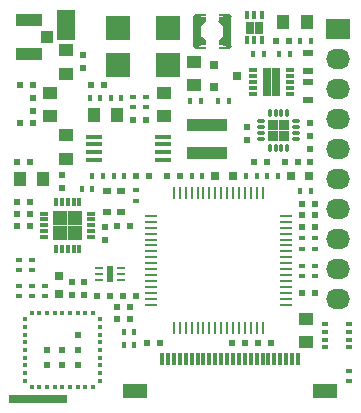
<source format=gts>
G04 #@! TF.FileFunction,Soldermask,Top*
%FSLAX46Y46*%
G04 Gerber Fmt 4.6, Leading zero omitted, Abs format (unit mm)*
G04 Created by KiCad (PCBNEW 4.0.2+dfsg1-stable) date Di 23 Mai 2017 03:16:38 CEST*
%MOMM*%
G01*
G04 APERTURE LIST*
%ADD10C,0.100000*%
%ADD11R,0.300000X1.000000*%
%ADD12R,2.000000X1.300000*%
%ADD13R,0.300000X0.400000*%
%ADD14R,0.400000X0.300000*%
%ADD15R,0.500000X0.500000*%
%ADD16R,0.800100X0.800100*%
%ADD17R,0.600000X0.500000*%
%ADD18R,0.400000X0.600000*%
%ADD19R,2.000000X2.000000*%
%ADD20O,0.750000X0.300000*%
%ADD21O,0.300000X0.750000*%
%ADD22R,0.900000X0.900000*%
%ADD23R,0.500000X0.600000*%
%ADD24R,0.800000X0.600000*%
%ADD25R,1.250000X1.000000*%
%ADD26R,0.600000X0.400000*%
%ADD27R,0.300000X0.730000*%
%ADD28R,0.730000X0.300000*%
%ADD29R,1.250000X1.250000*%
%ADD30R,0.900000X0.500000*%
%ADD31R,1.450000X0.450000*%
%ADD32R,0.500000X0.350000*%
%ADD33R,1.000000X1.250000*%
%ADD34R,0.650000X0.300000*%
%ADD35R,0.775000X1.240000*%
%ADD36R,0.350000X0.650000*%
%ADD37R,0.800000X1.000000*%
%ADD38R,0.797560X0.797560*%
%ADD39R,0.762000X2.540000*%
%ADD40R,0.889000X0.254000*%
%ADD41R,0.381000X0.444500*%
%ADD42R,1.500000X2.500000*%
%ADD43R,0.700000X0.250000*%
%ADD44R,0.610000X0.710000*%
%ADD45R,2.200000X1.050000*%
%ADD46R,1.050000X1.000000*%
%ADD47R,3.400000X0.980000*%
%ADD48R,0.250000X1.000000*%
%ADD49R,1.000000X0.250000*%
%ADD50R,2.032000X1.727200*%
%ADD51O,2.032000X1.727200*%
%ADD52R,5.000000X0.700000*%
G04 APERTURE END LIST*
D10*
D11*
X60250000Y-120700000D03*
X60750000Y-120700000D03*
X61250000Y-120700000D03*
X61750000Y-120700000D03*
X62250000Y-120700000D03*
X62750000Y-120700000D03*
X63250000Y-120700000D03*
X63750000Y-120700000D03*
X64250000Y-120700000D03*
X64750000Y-120700000D03*
X65250000Y-120700000D03*
X65750000Y-120700000D03*
X66250000Y-120700000D03*
X66750000Y-120700000D03*
X67250000Y-120700000D03*
X67750000Y-120700000D03*
X68250000Y-120700000D03*
X68750000Y-120700000D03*
X69250000Y-120700000D03*
X69750000Y-120700000D03*
X70250000Y-120700000D03*
X70750000Y-120700000D03*
X71250000Y-120700000D03*
X71750000Y-120700000D03*
D12*
X57950000Y-123400000D03*
X74050000Y-123400000D03*
D13*
X49200000Y-123050000D03*
X49850000Y-123050000D03*
X50500000Y-123050000D03*
X51150000Y-123050000D03*
X51800000Y-123050000D03*
X52450000Y-123050000D03*
X53100000Y-123050000D03*
X53750000Y-123050000D03*
X54400000Y-123050000D03*
D14*
X54950000Y-121850000D03*
X54950000Y-121200000D03*
X54950000Y-120550000D03*
X54950000Y-119900000D03*
X54950000Y-119250000D03*
X54950000Y-118600000D03*
X54950000Y-117950000D03*
X54950000Y-117300000D03*
D13*
X54400000Y-116750000D03*
D14*
X54950000Y-122500000D03*
D13*
X53750000Y-116750000D03*
X53100000Y-116750000D03*
X52450000Y-116750000D03*
X51800000Y-116750000D03*
X51150000Y-116750000D03*
X50500000Y-116750000D03*
X49850000Y-116750000D03*
X49200000Y-116750000D03*
D14*
X48650000Y-117300000D03*
X48650000Y-117950000D03*
X48650000Y-118600000D03*
X48650000Y-119250000D03*
X48650000Y-119900000D03*
X48650000Y-120550000D03*
X48650000Y-121200000D03*
X48650000Y-121850000D03*
X48650000Y-122500000D03*
D15*
X51800000Y-119900000D03*
X51800000Y-121200000D03*
X50500000Y-119900000D03*
X50500000Y-121200000D03*
X53100000Y-119900000D03*
X53100000Y-121200000D03*
X53100000Y-118600000D03*
D16*
X64599240Y-95750000D03*
X64599240Y-97650000D03*
X66598220Y-96700000D03*
D17*
X73150000Y-115100000D03*
X72050000Y-115100000D03*
D18*
X55000000Y-98550000D03*
X54100000Y-98550000D03*
D19*
X56550000Y-95800000D03*
X60750000Y-95800000D03*
D18*
X63500000Y-98850000D03*
X62600000Y-98850000D03*
D20*
X68625000Y-100550000D03*
X68625000Y-101050000D03*
X68625000Y-101550000D03*
X68625000Y-102050000D03*
D21*
X69350000Y-102775000D03*
X69850000Y-102775000D03*
X70350000Y-102775000D03*
X70850000Y-102775000D03*
D20*
X71575000Y-102050000D03*
X71575000Y-101550000D03*
X71575000Y-101050000D03*
X71575000Y-100550000D03*
D21*
X70850000Y-99825000D03*
X70350000Y-99825000D03*
X69850000Y-99825000D03*
X69350000Y-99825000D03*
D22*
X70550000Y-101750000D03*
X70550000Y-100850000D03*
X69650000Y-101750000D03*
X69650000Y-100850000D03*
D23*
X67400000Y-101050000D03*
X67400000Y-102150000D03*
D24*
X56800000Y-108200000D03*
X55600000Y-108200000D03*
X56800000Y-106400000D03*
X55600000Y-106400000D03*
D25*
X72400000Y-117250000D03*
X72400000Y-119250000D03*
D26*
X57800000Y-99350000D03*
X57800000Y-98450000D03*
D27*
X53250000Y-107385000D03*
X52750000Y-107385000D03*
X52250000Y-107385000D03*
X51750000Y-107385000D03*
X51250000Y-107385000D03*
D28*
X50285000Y-108350000D03*
X50285000Y-108850000D03*
X50285000Y-109350000D03*
X50285000Y-109850000D03*
X50285000Y-110350000D03*
D27*
X51250000Y-111315000D03*
X51750000Y-111315000D03*
X52250000Y-111315000D03*
X52750000Y-111315000D03*
X53250000Y-111315000D03*
D28*
X54215000Y-110350000D03*
X54215000Y-109850000D03*
X54215000Y-109350000D03*
X54215000Y-108850000D03*
X54215000Y-108350000D03*
D29*
X51625000Y-109975000D03*
X52875000Y-109975000D03*
X51625000Y-108725000D03*
X52875000Y-108725000D03*
D23*
X52650000Y-115250000D03*
X52650000Y-114150000D03*
D18*
X54350000Y-106250000D03*
X53450000Y-106250000D03*
D30*
X72600000Y-94750000D03*
X72600000Y-96250000D03*
D17*
X56900000Y-115300000D03*
X58000000Y-115300000D03*
D31*
X60350000Y-103775000D03*
X60350000Y-103125000D03*
X60350000Y-102475000D03*
X60350000Y-101825000D03*
X54450000Y-101825000D03*
X54450000Y-102475000D03*
X54450000Y-103125000D03*
X54450000Y-103775000D03*
D17*
X56400000Y-109400000D03*
X57500000Y-109400000D03*
D32*
X74025000Y-117725000D03*
X74025000Y-118375000D03*
X74025000Y-119025000D03*
X74025000Y-119675000D03*
X76075000Y-117725000D03*
X76075000Y-118375000D03*
X76075000Y-119025000D03*
X76075000Y-119675000D03*
D26*
X58050000Y-107250000D03*
X58050000Y-106350000D03*
D18*
X71950000Y-93700000D03*
X72850000Y-93700000D03*
D17*
X69850000Y-93700000D03*
X70950000Y-93700000D03*
D33*
X56450000Y-100000000D03*
X54450000Y-100000000D03*
D34*
X71050000Y-98200000D03*
X71050000Y-97700000D03*
X71050000Y-97200000D03*
X71050000Y-96700000D03*
X71050000Y-96200000D03*
X67950000Y-96200000D03*
X67950000Y-96700000D03*
X67950000Y-97200000D03*
X67950000Y-97700000D03*
X67950000Y-98200000D03*
D35*
X69112500Y-96580000D03*
X69112500Y-97820000D03*
X69887500Y-96580000D03*
X69887500Y-97820000D03*
D17*
X57800000Y-100400000D03*
X58900000Y-100400000D03*
D26*
X58900000Y-99350000D03*
X58900000Y-98450000D03*
D17*
X49050000Y-108400000D03*
X47950000Y-108400000D03*
X67250000Y-119300000D03*
X66150000Y-119300000D03*
D26*
X49200000Y-112250000D03*
X49200000Y-113150000D03*
D18*
X68250000Y-105150000D03*
X67350000Y-105150000D03*
D17*
X58050000Y-105150000D03*
X59150000Y-105150000D03*
D26*
X48100000Y-114450000D03*
X48100000Y-115350000D03*
X50300000Y-114450000D03*
X50300000Y-115350000D03*
X48100000Y-112250000D03*
X48100000Y-113150000D03*
D36*
X67400000Y-93650000D03*
X68050000Y-93650000D03*
X68700000Y-93650000D03*
X68700000Y-91550000D03*
X68050000Y-91550000D03*
X67400000Y-91550000D03*
D37*
X68450000Y-92600000D03*
X67650000Y-92600000D03*
D17*
X55300000Y-97500000D03*
X54200000Y-97500000D03*
D33*
X72500000Y-92100000D03*
X70500000Y-92100000D03*
D25*
X62950000Y-95500000D03*
X62950000Y-97500000D03*
D23*
X72800000Y-100650000D03*
X72800000Y-101750000D03*
D17*
X69150000Y-104000000D03*
X68050000Y-104000000D03*
X70650000Y-104000000D03*
X71750000Y-104000000D03*
D23*
X72800000Y-102850000D03*
X72800000Y-103950000D03*
D17*
X49050000Y-107400000D03*
X47950000Y-107400000D03*
X49050000Y-109400000D03*
X47950000Y-109400000D03*
D23*
X55400000Y-109450000D03*
X55400000Y-110550000D03*
D17*
X49050000Y-104000000D03*
X47950000Y-104000000D03*
D23*
X51750000Y-105050000D03*
X51750000Y-106150000D03*
X53650000Y-115250000D03*
X53650000Y-114150000D03*
D17*
X68350000Y-119300000D03*
X69450000Y-119300000D03*
X73150000Y-108500000D03*
X72050000Y-108500000D03*
X58950000Y-119300000D03*
X60050000Y-119300000D03*
X73150000Y-107500000D03*
X72050000Y-107500000D03*
X60650000Y-105150000D03*
X61750000Y-105150000D03*
X56450000Y-116300000D03*
X57550000Y-116300000D03*
D38*
X71150700Y-105150000D03*
X72649300Y-105150000D03*
X66249300Y-105150000D03*
X64750700Y-105150000D03*
X51500000Y-115149300D03*
X51500000Y-113650700D03*
D18*
X56800000Y-98550000D03*
X55900000Y-98550000D03*
D26*
X73150000Y-110450000D03*
X73150000Y-111350000D03*
X72050000Y-111350000D03*
X72050000Y-110450000D03*
D18*
X57900000Y-119450000D03*
X57000000Y-119450000D03*
X68850000Y-94800000D03*
X67950000Y-94800000D03*
D30*
X72600000Y-98700000D03*
X72600000Y-97200000D03*
D18*
X56150000Y-105150000D03*
X57050000Y-105150000D03*
D25*
X60400000Y-100100000D03*
X60400000Y-98100000D03*
D18*
X65900000Y-98850000D03*
X65000000Y-98850000D03*
X55250000Y-105150000D03*
X54350000Y-105150000D03*
D39*
X65770000Y-92900000D03*
X63230000Y-92900000D03*
D40*
X65452500Y-94297000D03*
X65452500Y-91503000D03*
X63547500Y-94297000D03*
X63547500Y-91503000D03*
D41*
X65198500Y-91852250D03*
X63801500Y-91852250D03*
X63801500Y-93947750D03*
X65198500Y-93947750D03*
D10*
G36*
X65897000Y-91376038D02*
X66150962Y-91630000D01*
X65897000Y-91883962D01*
X65643038Y-91630000D01*
X65897000Y-91376038D01*
X65897000Y-91376038D01*
G37*
G36*
X65897000Y-93916038D02*
X66150962Y-94170000D01*
X65897000Y-94423962D01*
X65643038Y-94170000D01*
X65897000Y-93916038D01*
X65897000Y-93916038D01*
G37*
G36*
X63103000Y-93916038D02*
X63356962Y-94170000D01*
X63103000Y-94423962D01*
X62849038Y-94170000D01*
X63103000Y-93916038D01*
X63103000Y-93916038D01*
G37*
G36*
X63103000Y-91376038D02*
X63356962Y-91630000D01*
X63103000Y-91883962D01*
X62849038Y-91630000D01*
X63103000Y-91376038D01*
X63103000Y-91376038D01*
G37*
G36*
X65389000Y-91693737D02*
X65769763Y-92074500D01*
X65389000Y-92455263D01*
X65008237Y-92074500D01*
X65389000Y-91693737D01*
X65389000Y-91693737D01*
G37*
G36*
X65389000Y-93344737D02*
X65769763Y-93725500D01*
X65389000Y-94106263D01*
X65008237Y-93725500D01*
X65389000Y-93344737D01*
X65389000Y-93344737D01*
G37*
G36*
X63611000Y-93344737D02*
X63991763Y-93725500D01*
X63611000Y-94106263D01*
X63230237Y-93725500D01*
X63611000Y-93344737D01*
X63611000Y-93344737D01*
G37*
G36*
X63611000Y-91693737D02*
X63991763Y-92074500D01*
X63611000Y-92455263D01*
X63230237Y-92074500D01*
X63611000Y-91693737D01*
X63611000Y-91693737D01*
G37*
D26*
X73150000Y-112750000D03*
X73150000Y-113650000D03*
X72050000Y-113650000D03*
X72050000Y-112750000D03*
D18*
X57000000Y-118350000D03*
X57900000Y-118350000D03*
X69150000Y-105150000D03*
X70050000Y-105150000D03*
X63650000Y-105150000D03*
X62750000Y-105150000D03*
X71050000Y-94800000D03*
X70150000Y-94800000D03*
D26*
X49200000Y-114450000D03*
X49200000Y-115350000D03*
X76100000Y-121650000D03*
X76100000Y-122550000D03*
D23*
X49350000Y-99650000D03*
X49350000Y-98550000D03*
D17*
X49300000Y-97500000D03*
X48200000Y-97500000D03*
D23*
X53550000Y-96050000D03*
X53550000Y-94950000D03*
D33*
X50200000Y-105400000D03*
X48200000Y-105400000D03*
D25*
X52150000Y-101700000D03*
X52150000Y-103700000D03*
X50750000Y-98100000D03*
X50750000Y-100100000D03*
X52150000Y-94500000D03*
X52150000Y-96500000D03*
D17*
X49300000Y-100700000D03*
X48200000Y-100700000D03*
D42*
X52150000Y-92350000D03*
D43*
X56725000Y-113945000D03*
X56725000Y-113445000D03*
X56725000Y-112945000D03*
X54875000Y-112945000D03*
X54875000Y-113445000D03*
X54875000Y-113945000D03*
D44*
X55800000Y-113090000D03*
X55800000Y-113800000D03*
D45*
X49000000Y-91925000D03*
X49000000Y-94875000D03*
D46*
X50525000Y-93400000D03*
D47*
X64036470Y-100869206D03*
X64036470Y-103239206D03*
D17*
X73150000Y-109500000D03*
X72050000Y-109500000D03*
X56450000Y-117300000D03*
X57550000Y-117300000D03*
X54700000Y-115300000D03*
X55800000Y-115300000D03*
D19*
X60750000Y-92600000D03*
X56550000Y-92600000D03*
D18*
X71950000Y-106400000D03*
X72850000Y-106400000D03*
D48*
X61250000Y-118000000D03*
X61750000Y-118000000D03*
X62250000Y-118000000D03*
X62750000Y-118000000D03*
X63250000Y-118000000D03*
X63750000Y-118000000D03*
X64250000Y-118000000D03*
X64750000Y-118000000D03*
X65250000Y-118000000D03*
X65750000Y-118000000D03*
X66250000Y-118000000D03*
X66750000Y-118000000D03*
X67250000Y-118000000D03*
X67750000Y-118000000D03*
X68250000Y-118000000D03*
X68750000Y-118000000D03*
D49*
X70700000Y-116050000D03*
X70700000Y-115550000D03*
X70700000Y-115050000D03*
X70700000Y-114550000D03*
X70700000Y-114050000D03*
X70700000Y-113550000D03*
X70700000Y-113050000D03*
X70700000Y-112550000D03*
X70700000Y-112050000D03*
X70700000Y-111550000D03*
X70700000Y-111050000D03*
X70700000Y-110550000D03*
X70700000Y-110050000D03*
X70700000Y-109550000D03*
X70700000Y-109050000D03*
X70700000Y-108550000D03*
D48*
X68750000Y-106600000D03*
X68250000Y-106600000D03*
X67750000Y-106600000D03*
X67250000Y-106600000D03*
X66750000Y-106600000D03*
X66250000Y-106600000D03*
X65750000Y-106600000D03*
X65250000Y-106600000D03*
X64750000Y-106600000D03*
X64250000Y-106600000D03*
X63750000Y-106600000D03*
X63250000Y-106600000D03*
X62750000Y-106600000D03*
X62250000Y-106600000D03*
X61750000Y-106600000D03*
X61250000Y-106600000D03*
D49*
X59300000Y-108550000D03*
X59300000Y-109050000D03*
X59300000Y-109550000D03*
X59300000Y-110050000D03*
X59300000Y-110550000D03*
X59300000Y-111050000D03*
X59300000Y-111550000D03*
X59300000Y-112050000D03*
X59300000Y-112550000D03*
X59300000Y-113050000D03*
X59300000Y-113550000D03*
X59300000Y-114050000D03*
X59300000Y-114550000D03*
X59300000Y-115050000D03*
X59300000Y-115550000D03*
X59300000Y-116050000D03*
D50*
X75100000Y-92700000D03*
D51*
X75100000Y-95240000D03*
X75100000Y-97780000D03*
X75100000Y-100320000D03*
X75100000Y-102860000D03*
X75100000Y-105400000D03*
X75100000Y-107940000D03*
X75100000Y-110480000D03*
X75100000Y-113020000D03*
X75100000Y-115560000D03*
D52*
X49750000Y-124050000D03*
M02*

</source>
